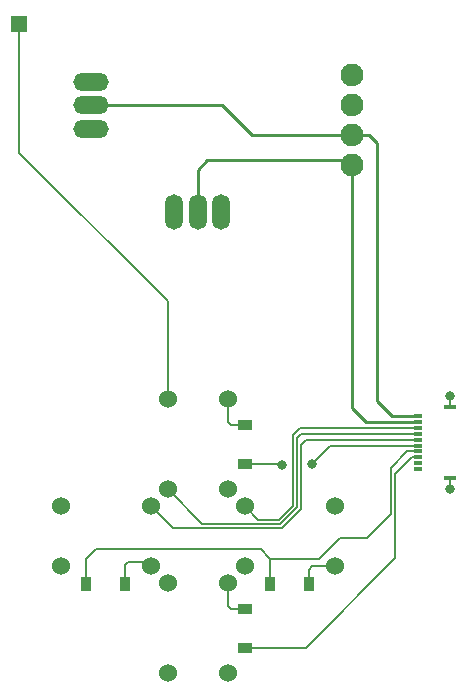
<source format=gbr>
%TF.GenerationSoftware,KiCad,Pcbnew,(6.0.4)*%
%TF.CreationDate,2022-10-14T21:27:48-05:00*%
%TF.ProjectId,Joystick-DPAD,4a6f7973-7469-4636-9b2d-445041442e6b,rev?*%
%TF.SameCoordinates,Original*%
%TF.FileFunction,Copper,L2,Bot*%
%TF.FilePolarity,Positive*%
%FSLAX46Y46*%
G04 Gerber Fmt 4.6, Leading zero omitted, Abs format (unit mm)*
G04 Created by KiCad (PCBNEW (6.0.4)) date 2022-10-14 21:27:48*
%MOMM*%
%LPD*%
G01*
G04 APERTURE LIST*
%TA.AperFunction,ComponentPad*%
%ADD10O,1.500000X3.000000*%
%TD*%
%TA.AperFunction,ComponentPad*%
%ADD11O,3.000000X1.500000*%
%TD*%
%TA.AperFunction,ComponentPad*%
%ADD12R,1.350000X1.350000*%
%TD*%
%TA.AperFunction,ComponentPad*%
%ADD13C,1.930400*%
%TD*%
%TA.AperFunction,SMDPad,CuDef*%
%ADD14R,0.700000X0.300000*%
%TD*%
%TA.AperFunction,SMDPad,CuDef*%
%ADD15R,1.000000X0.300000*%
%TD*%
%TA.AperFunction,ComponentPad*%
%ADD16C,1.524000*%
%TD*%
%TA.AperFunction,SMDPad,CuDef*%
%ADD17R,1.200000X0.900000*%
%TD*%
%TA.AperFunction,SMDPad,CuDef*%
%ADD18R,0.900000X1.200000*%
%TD*%
%TA.AperFunction,ViaPad*%
%ADD19C,0.800000*%
%TD*%
%TA.AperFunction,Conductor*%
%ADD20C,0.150000*%
%TD*%
%TA.AperFunction,Conductor*%
%ADD21C,0.200000*%
%TD*%
%TA.AperFunction,Conductor*%
%ADD22C,0.250000*%
%TD*%
G04 APERTURE END LIST*
D10*
%TO.P,JOY1,X,S*%
%TO.N,/x_out*%
X143070000Y-97350000D03*
%TO.P,JOY1,X+,E*%
%TO.N,3.3V*%
X141070000Y-97350000D03*
%TO.P,JOY1,X-,A*%
%TO.N,GND*%
X145070000Y-97350000D03*
D11*
%TO.P,JOY1,Y,S*%
%TO.N,/y_out*%
X134070000Y-88350000D03*
%TO.P,JOY1,Y+,E*%
%TO.N,3.3V*%
X134070000Y-90350000D03*
%TO.P,JOY1,Y-,A*%
%TO.N,GND*%
X134070000Y-86350000D03*
%TD*%
D12*
%TO.P,REF\u002A\u002A,1*%
%TO.N,/Col1*%
X127960000Y-81470000D03*
%TD*%
D13*
%TO.P,JP1,1*%
%TO.N,/x_out*%
X156170000Y-93430000D03*
%TO.P,JP1,2*%
%TO.N,/y_out*%
X156170000Y-90890000D03*
%TO.P,JP1,3*%
%TO.N,GND*%
X156170000Y-88350000D03*
%TO.P,JP1,4*%
%TO.N,3.3V*%
X156170000Y-85810000D03*
%TD*%
D14*
%TO.P,J1,1,1*%
%TO.N,/y_out*%
X161770000Y-114640000D03*
%TO.P,J1,2,2*%
%TO.N,/x_out*%
X161770000Y-115140000D03*
%TO.P,J1,3,3*%
%TO.N,/Col2*%
X161770000Y-115640000D03*
%TO.P,J1,4,4*%
%TO.N,/Col1*%
X161770000Y-116140000D03*
%TO.P,J1,5,5*%
%TO.N,/Col0*%
X161770000Y-116640000D03*
%TO.P,J1,6,6*%
%TO.N,/Row3*%
X161770000Y-117140000D03*
%TO.P,J1,7,7*%
%TO.N,/Row4*%
X161770000Y-117640000D03*
%TO.P,J1,8,8*%
%TO.N,/Row5*%
X161770000Y-118140000D03*
%TO.P,J1,9,9*%
%TO.N,unconnected-(J1-Pad9)*%
X161770000Y-118640000D03*
%TO.P,J1,10,10*%
%TO.N,unconnected-(J1-Pad10)*%
X161770000Y-119140000D03*
D15*
%TO.P,J1,S1,SHIELD*%
%TO.N,GND*%
X164420000Y-113850000D03*
%TO.P,J1,S2,SHIELD*%
X164420000Y-119930000D03*
%TD*%
D16*
%TO.P,SW1,2,B*%
%TO.N,/Col0*%
X131480000Y-122290000D03*
X139100000Y-122290000D03*
%TO.P,SW1,1,A*%
%TO.N,Net-(D1-Pad2)*%
X139100000Y-127370000D03*
X131480000Y-127370000D03*
%TD*%
%TO.P,SW3,1,A*%
%TO.N,Net-(D3-Pad2)*%
X145620000Y-136430000D03*
X145620000Y-128810000D03*
%TO.P,SW3,2,B*%
%TO.N,/Col1*%
X140540000Y-128810000D03*
X140540000Y-136430000D03*
%TD*%
%TO.P,SW4,1,A*%
%TO.N,Net-(D4-Pad2)*%
X147050000Y-127380000D03*
X154670000Y-127380000D03*
%TO.P,SW4,2,B*%
%TO.N,/Col2*%
X147050000Y-122300000D03*
X154670000Y-122300000D03*
%TD*%
%TO.P,SW2,2,B*%
%TO.N,/Col1*%
X140540000Y-113240000D03*
X140540000Y-120860000D03*
%TO.P,SW2,1,A*%
%TO.N,Net-(D2-Pad2)*%
X145620000Y-120860000D03*
X145620000Y-113240000D03*
%TD*%
D17*
%TO.P,D3,1,K*%
%TO.N,/Row5*%
X147080000Y-134270000D03*
%TO.P,D3,2,A*%
%TO.N,Net-(D3-Pad2)*%
X147080000Y-130970000D03*
%TD*%
%TO.P,D2,1,K*%
%TO.N,/Row3*%
X147080000Y-118700000D03*
%TO.P,D2,2,A*%
%TO.N,Net-(D2-Pad2)*%
X147080000Y-115400000D03*
%TD*%
D18*
%TO.P,D4,1,K*%
%TO.N,/Row4*%
X149210000Y-128840000D03*
%TO.P,D4,2,A*%
%TO.N,Net-(D4-Pad2)*%
X152510000Y-128840000D03*
%TD*%
%TO.P,D1,1,K*%
%TO.N,/Row4*%
X133640000Y-128830000D03*
%TO.P,D1,2,A*%
%TO.N,Net-(D1-Pad2)*%
X136940000Y-128830000D03*
%TD*%
D19*
%TO.N,/Row3*%
X150190000Y-118770000D03*
X152750000Y-118690000D03*
%TO.N,GND*%
X164420000Y-120840000D03*
X164420000Y-112940000D03*
%TD*%
D20*
%TO.N,/Row5*%
X161220978Y-118140000D02*
X161770000Y-118140000D01*
X159799519Y-119561459D02*
X161220978Y-118140000D01*
X152230000Y-134270000D02*
X159799520Y-126700480D01*
X147080000Y-134270000D02*
X152230000Y-134270000D01*
X159799520Y-126700480D02*
X159799519Y-119561459D01*
%TO.N,/Row4*%
X159450000Y-119030000D02*
X160840000Y-117640000D01*
X160840000Y-117640000D02*
X161770000Y-117640000D01*
X153310000Y-126740000D02*
X155090000Y-124960000D01*
X157450000Y-124960000D02*
X159450000Y-122960000D01*
X149210000Y-126740000D02*
X153310000Y-126740000D01*
X155090000Y-124960000D02*
X157450000Y-124960000D01*
X159450000Y-122960000D02*
X159450000Y-119030000D01*
%TO.N,/Row3*%
X150190000Y-118770000D02*
X150120000Y-118700000D01*
X161030000Y-117140000D02*
X154300000Y-117140000D01*
X150120000Y-118700000D02*
X147080000Y-118700000D01*
X154300000Y-117140000D02*
X152750000Y-118690000D01*
X161770000Y-117140000D02*
X161030000Y-117140000D01*
D21*
%TO.N,GND*%
X164420000Y-119930000D02*
X164420000Y-120660000D01*
X164420000Y-113850000D02*
X164420000Y-113120000D01*
D20*
%TO.N,/Col1*%
X127960000Y-92340000D02*
X127960000Y-81470000D01*
X127950000Y-92350000D02*
X127960000Y-92340000D01*
X140540000Y-104940000D02*
X127950000Y-92350000D01*
X140540000Y-113240000D02*
X140540000Y-104940000D01*
%TO.N,/Col0*%
X140949039Y-124139039D02*
X139100000Y-122290000D01*
X150219552Y-124139039D02*
X140949039Y-124139039D01*
X151829039Y-122529553D02*
X150219552Y-124139039D01*
X151829040Y-117060960D02*
X151829039Y-122529553D01*
X152250000Y-116640000D02*
X151829040Y-117060960D01*
X161770000Y-116640000D02*
X152250000Y-116640000D01*
%TO.N,/Col1*%
X143469520Y-123789520D02*
X140540000Y-120860000D01*
X150074777Y-123789519D02*
X143469520Y-123789520D01*
X151479520Y-122384776D02*
X150074777Y-123789519D01*
X151479520Y-116520480D02*
X151479520Y-122384776D01*
X151860000Y-116140000D02*
X151479520Y-116520480D01*
X161770000Y-116140000D02*
X151860000Y-116140000D01*
%TO.N,/Col2*%
X151730000Y-115640000D02*
X161770000Y-115640000D01*
X149930000Y-123440000D02*
X151130000Y-122240000D01*
X151130000Y-122240000D02*
X151130000Y-116240000D01*
X148190000Y-123440000D02*
X149930000Y-123440000D01*
X151130000Y-116240000D02*
X151730000Y-115640000D01*
X147050000Y-122300000D02*
X148190000Y-123440000D01*
%TO.N,/Row4*%
X148400000Y-125930000D02*
X149210000Y-126740000D01*
X134440000Y-125930000D02*
X148400000Y-125930000D01*
X133640000Y-126730000D02*
X134440000Y-125930000D01*
X133640000Y-128830000D02*
X133640000Y-126730000D01*
X149210000Y-126740000D02*
X149210000Y-128840000D01*
%TO.N,Net-(D2-Pad2)*%
X145618200Y-113157600D02*
X145618200Y-115131000D01*
X145618200Y-115131000D02*
X145887200Y-115400000D01*
X145887200Y-115400000D02*
X147080000Y-115400000D01*
%TO.N,Net-(D4-Pad2)*%
X154752400Y-127378200D02*
X152779000Y-127378200D01*
X152779000Y-127378200D02*
X152510000Y-127647200D01*
X152510000Y-127647200D02*
X152510000Y-128840000D01*
%TO.N,Net-(D3-Pad2)*%
X145618200Y-128727600D02*
X145618200Y-130701000D01*
X145618200Y-130701000D02*
X145887200Y-130970000D01*
X145887200Y-130970000D02*
X147080000Y-130970000D01*
%TO.N,Net-(D1-Pad2)*%
X139182400Y-127008200D02*
X137209000Y-127008200D01*
X137209000Y-127008200D02*
X136940000Y-127277200D01*
X136940000Y-127277200D02*
X136940000Y-128470000D01*
D22*
%TO.N,/y_out*%
X159520000Y-114640000D02*
X158240000Y-113360000D01*
X158240000Y-113360000D02*
X158240000Y-113210000D01*
X158240000Y-91550000D02*
X158240000Y-113210000D01*
X159520000Y-114640000D02*
X161770000Y-114640000D01*
X157580000Y-90890000D02*
X158240000Y-91550000D01*
X156170000Y-90890000D02*
X157580000Y-90890000D01*
%TO.N,/x_out*%
X157360000Y-115150000D02*
X157370000Y-115140000D01*
X157370000Y-115140000D02*
X161770000Y-115140000D01*
X156170000Y-113960000D02*
X157360000Y-115150000D01*
X156170000Y-93430000D02*
X156170000Y-113960000D01*
X155730000Y-92990000D02*
X143860000Y-92990000D01*
X156170000Y-93430000D02*
X155730000Y-92990000D01*
X143860000Y-92990000D02*
X143070000Y-93780000D01*
%TO.N,/y_out*%
X147720000Y-90890000D02*
X156170000Y-90890000D01*
X145180000Y-88350000D02*
X147720000Y-90890000D01*
X134070000Y-88350000D02*
X145180000Y-88350000D01*
%TO.N,/x_out*%
X143070000Y-93780000D02*
X143070000Y-97350000D01*
%TD*%
M02*

</source>
